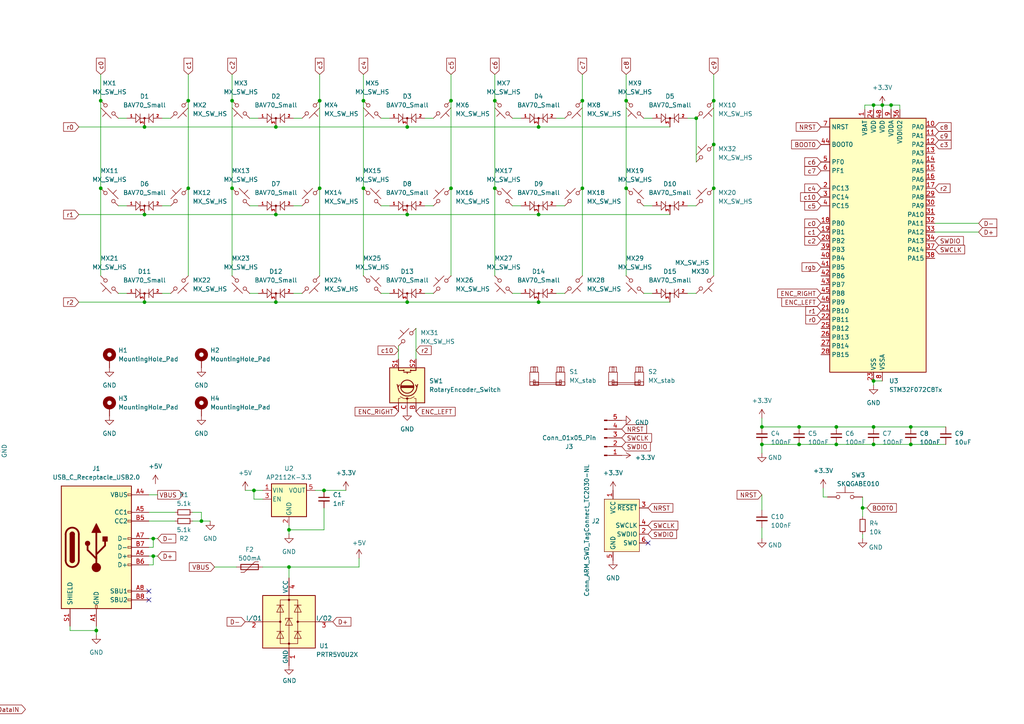
<source format=kicad_sch>
(kicad_sch (version 20230121) (generator eeschema)
  (paper "A4")
  (junction (at 29.21 54.61))
  (junction (at 143.51 54.61))
  (junction (at 73.66 142.24))
  (junction (at 83.82 153.67))
  (junction (at 264.16 128.905))
  (junction (at 253.365 128.905))
  (junction (at 41.91 62.23))
  (junction (at 118.11 36.83))
  (junction (at 181.61 54.61))
  (junction (at -2.54 97.79))
  (junction (at 242.57 123.825))
  (junction (at 168.91 54.61))
  (junction (at 80.01 62.23))
  (junction (at -2.54 140.97))
  (junction (at 242.57 128.905))
  (junction (at 29.21 29.21))
  (junction (at -2.54 130.81))
  (junction (at 207.01 41.91))
  (junction (at 156.21 87.63))
  (junction (at 207.01 29.21))
  (junction (at 80.01 87.63))
  (junction (at 93.98 142.24))
  (junction (at 253.365 110.49))
  (junction (at 41.91 36.83))
  (junction (at 27.94 182.88))
  (junction (at 250.19 147.32))
  (junction (at 130.81 54.61))
  (junction (at 54.61 54.61))
  (junction (at 156.21 36.83))
  (junction (at 168.91 29.21))
  (junction (at 105.41 54.61))
  (junction (at 258.445 30.48))
  (junction (at 44.45 156.21))
  (junction (at 44.45 161.29))
  (junction (at 220.98 128.905))
  (junction (at -2.54 119.38))
  (junction (at 231.775 123.825))
  (junction (at 41.91 87.63))
  (junction (at 143.51 29.21))
  (junction (at 253.365 30.48))
  (junction (at 105.41 29.21))
  (junction (at 181.61 29.21))
  (junction (at 58.42 151.13))
  (junction (at 118.11 62.23))
  (junction (at 80.01 36.83))
  (junction (at -17.78 140.97))
  (junction (at 130.81 29.21))
  (junction (at 201.93 34.29))
  (junction (at -17.78 119.38))
  (junction (at 255.905 30.48))
  (junction (at -17.78 161.29))
  (junction (at 156.21 62.23))
  (junction (at 264.16 123.825))
  (junction (at 92.71 29.21))
  (junction (at -2.54 161.29))
  (junction (at 67.31 54.61))
  (junction (at 220.98 123.825))
  (junction (at -17.78 97.79))
  (junction (at 83.82 164.465))
  (junction (at 54.61 29.21))
  (junction (at -17.78 130.81))
  (junction (at 118.11 87.63))
  (junction (at 92.71 54.61))
  (junction (at 207.01 54.61))
  (junction (at 67.31 29.21))
  (junction (at 253.365 123.825))
  (junction (at 231.775 128.905))
  (no_connect (at 43.18 171.45))
  (no_connect (at 187.96 157.48))
  (no_connect (at 43.18 173.99))
  (wire (pts (xy 22.86 87.63) (xy 41.91 87.63)))
  (wire (pts (xy 118.11 87.63) (xy 156.21 87.63)))
  (wire (pts (xy 74.93 59.69) (xy 72.39 59.69)))
  (wire (pts (xy 253.365 123.825) (xy 264.16 123.825)))
  (wire (pts (xy 250.19 147.32) (xy 250.19 149.86)))
  (wire (pts (xy 253.365 111.76) (xy 253.365 110.49)))
  (wire (pts (xy 93.98 153.67) (xy 93.98 147.32)))
  (wire (pts (xy 220.98 156.21) (xy 220.98 153.035)))
  (wire (pts (xy 36.83 85.09) (xy 34.29 85.09)))
  (wire (pts (xy 123.19 34.29) (xy 125.73 34.29)))
  (wire (pts (xy 85.09 34.29) (xy 87.63 34.29)))
  (wire (pts (xy 29.21 21.59) (xy 29.21 29.21)))
  (wire (pts (xy 43.18 148.59) (xy 50.8 148.59)))
  (wire (pts (xy 44.45 156.21) (xy 45.72 156.21)))
  (wire (pts (xy 207.01 21.59) (xy 207.01 29.21)))
  (wire (pts (xy 85.09 59.69) (xy 87.63 59.69)))
  (wire (pts (xy 85.09 85.09) (xy 87.63 85.09)))
  (wire (pts (xy -10.16 175.26) (xy -10.16 168.91)))
  (wire (pts (xy 27.94 181.61) (xy 27.94 182.88)))
  (wire (pts (xy 181.61 54.61) (xy 181.61 80.01)))
  (wire (pts (xy 54.61 21.59) (xy 54.61 29.21)))
  (wire (pts (xy 80.01 87.63) (xy 118.11 87.63)))
  (wire (pts (xy 27.94 182.88) (xy 27.94 184.15)))
  (wire (pts (xy 54.61 29.21) (xy 54.61 54.61)))
  (wire (pts (xy 201.93 34.29) (xy 201.93 46.99)))
  (wire (pts (xy 115.57 100.33) (xy 115.57 104.14)))
  (wire (pts (xy 93.98 142.24) (xy 100.33 142.24)))
  (wire (pts (xy -17.78 140.97) (xy -17.78 161.29)))
  (wire (pts (xy 58.42 151.13) (xy 60.96 151.13)))
  (wire (pts (xy -17.78 97.79) (xy -17.78 76.2)))
  (wire (pts (xy 76.2 164.465) (xy 83.82 164.465)))
  (wire (pts (xy 113.03 85.09) (xy 110.49 85.09)))
  (wire (pts (xy 92.71 21.59) (xy 92.71 29.21)))
  (wire (pts (xy 258.445 30.48) (xy 255.905 30.48)))
  (wire (pts (xy -2.54 161.29) (xy -2.54 140.97)))
  (wire (pts (xy 231.775 123.825) (xy 242.57 123.825)))
  (wire (pts (xy 143.51 54.61) (xy 143.51 80.01)))
  (wire (pts (xy 161.29 59.69) (xy 163.83 59.69)))
  (wire (pts (xy 54.61 54.61) (xy 54.61 80.01)))
  (wire (pts (xy 220.98 131.445) (xy 220.98 128.905)))
  (wire (pts (xy 168.91 54.61) (xy 168.91 80.01)))
  (wire (pts (xy 250.825 30.48) (xy 253.365 30.48)))
  (wire (pts (xy 168.91 21.59) (xy 168.91 29.21)))
  (wire (pts (xy 73.66 142.24) (xy 76.2 142.24)))
  (wire (pts (xy 130.81 29.21) (xy 130.81 54.61)))
  (wire (pts (xy 43.18 161.29) (xy 44.45 161.29)))
  (wire (pts (xy 46.99 85.09) (xy 49.53 85.09)))
  (wire (pts (xy 105.41 54.61) (xy 105.41 80.01)))
  (wire (pts (xy 143.51 29.21) (xy 143.51 54.61)))
  (wire (pts (xy 73.66 144.78) (xy 73.66 142.24)))
  (wire (pts (xy -2.54 97.79) (xy -2.54 76.2)))
  (wire (pts (xy 161.29 34.29) (xy 163.83 34.29)))
  (wire (pts (xy -17.78 140.97) (xy -17.78 130.81)))
  (wire (pts (xy 250.19 154.94) (xy 250.19 156.21)))
  (wire (pts (xy 74.93 34.29) (xy 72.39 34.29)))
  (wire (pts (xy 168.91 29.21) (xy 168.91 54.61)))
  (wire (pts (xy 271.145 67.31) (xy 283.845 67.31)))
  (wire (pts (xy 151.13 85.09) (xy 148.59 85.09)))
  (wire (pts (xy 118.11 36.83) (xy 156.21 36.83)))
  (wire (pts (xy 22.86 62.23) (xy 41.91 62.23)))
  (wire (pts (xy 220.98 121.285) (xy 220.98 123.825)))
  (wire (pts (xy 123.19 85.09) (xy 125.73 85.09)))
  (wire (pts (xy 181.61 29.21) (xy 181.61 54.61)))
  (wire (pts (xy 43.18 156.21) (xy 44.45 156.21)))
  (wire (pts (xy 43.18 151.13) (xy 50.8 151.13)))
  (wire (pts (xy 250.19 144.145) (xy 250.19 147.32)))
  (wire (pts (xy 189.23 59.69) (xy 186.69 59.69)))
  (wire (pts (xy -17.78 182.88) (xy -17.78 161.29)))
  (wire (pts (xy 41.91 36.83) (xy 80.01 36.83)))
  (wire (pts (xy 207.01 29.21) (xy 207.01 41.91)))
  (wire (pts (xy 240.03 144.145) (xy 238.76 144.145)))
  (wire (pts (xy 118.11 62.23) (xy 156.21 62.23)))
  (wire (pts (xy 46.99 59.69) (xy 49.53 59.69)))
  (wire (pts (xy 189.23 85.09) (xy 186.69 85.09)))
  (wire (pts (xy 55.88 148.59) (xy 58.42 148.59)))
  (wire (pts (xy 83.82 164.465) (xy 104.14 164.465)))
  (wire (pts (xy 29.21 54.61) (xy 29.21 80.01)))
  (wire (pts (xy -10.16 111.76) (xy -10.16 105.41)))
  (wire (pts (xy 20.32 181.61) (xy 20.32 182.88)))
  (wire (pts (xy 74.93 85.09) (xy 72.39 85.09)))
  (wire (pts (xy 83.82 164.465) (xy 83.82 167.64)))
  (wire (pts (xy 91.44 142.24) (xy 93.98 142.24)))
  (wire (pts (xy 83.82 153.67) (xy 83.82 154.94)))
  (wire (pts (xy 253.365 128.905) (xy 264.16 128.905)))
  (wire (pts (xy 43.18 158.75) (xy 44.45 158.75)))
  (wire (pts (xy 71.12 142.24) (xy 73.66 142.24)))
  (wire (pts (xy 104.14 161.925) (xy 104.14 164.465)))
  (wire (pts (xy -10.16 90.17) (xy -10.16 83.82)))
  (wire (pts (xy 92.71 29.21) (xy 92.71 54.61)))
  (wire (pts (xy 80.01 62.23) (xy 118.11 62.23)))
  (wire (pts (xy 41.91 87.63) (xy 80.01 87.63)))
  (wire (pts (xy 161.29 85.09) (xy 163.83 85.09)))
  (wire (pts (xy 253.365 30.48) (xy 253.365 31.75)))
  (wire (pts (xy 67.31 29.21) (xy 67.31 54.61)))
  (wire (pts (xy -2.54 140.97) (xy -2.54 130.81)))
  (wire (pts (xy 199.39 59.69) (xy 201.93 59.69)))
  (wire (pts (xy 43.18 163.83) (xy 44.45 163.83)))
  (wire (pts (xy 231.775 123.825) (xy 220.98 123.825)))
  (wire (pts (xy 253.365 110.49) (xy 255.905 110.49)))
  (wire (pts (xy -2.54 182.88) (xy -2.54 161.29)))
  (wire (pts (xy 207.01 41.91) (xy 207.01 54.61)))
  (wire (pts (xy 260.985 30.48) (xy 260.985 31.75)))
  (wire (pts (xy 130.81 21.59) (xy 130.81 29.21)))
  (wire (pts (xy 271.145 64.77) (xy 283.845 64.77)))
  (wire (pts (xy 43.18 143.51) (xy 45.72 143.51)))
  (wire (pts (xy 67.31 54.61) (xy 67.31 80.01)))
  (wire (pts (xy 255.905 30.48) (xy 255.905 31.75)))
  (wire (pts (xy 156.21 36.83) (xy 194.31 36.83)))
  (wire (pts (xy 220.98 143.51) (xy 220.98 147.955)))
  (wire (pts (xy 113.03 59.69) (xy 110.49 59.69)))
  (wire (pts (xy 62.23 164.465) (xy 68.58 164.465)))
  (wire (pts (xy 156.21 62.23) (xy 194.31 62.23)))
  (wire (pts (xy 258.445 30.48) (xy 260.985 30.48)))
  (wire (pts (xy 264.16 123.825) (xy 274.32 123.825)))
  (wire (pts (xy -17.78 119.38) (xy -17.78 97.79)))
  (wire (pts (xy 151.13 34.29) (xy 148.59 34.29)))
  (wire (pts (xy 58.42 148.59) (xy 58.42 151.13)))
  (wire (pts (xy -2.54 119.38) (xy -2.54 97.79)))
  (wire (pts (xy 156.21 87.63) (xy 194.31 87.63)))
  (wire (pts (xy 83.82 152.4) (xy 83.82 153.67)))
  (wire (pts (xy 67.31 21.59) (xy 67.31 29.21)))
  (wire (pts (xy 41.91 62.23) (xy 80.01 62.23)))
  (wire (pts (xy 120.65 95.25) (xy 120.65 104.14)))
  (wire (pts (xy 143.51 21.59) (xy 143.51 29.21)))
  (wire (pts (xy 220.98 128.905) (xy 231.775 128.905)))
  (wire (pts (xy 36.83 34.29) (xy 34.29 34.29)))
  (wire (pts (xy 92.71 54.61) (xy 92.71 80.01)))
  (wire (pts (xy 238.76 144.145) (xy 238.76 141.605)))
  (wire (pts (xy 105.41 21.59) (xy 105.41 29.21)))
  (wire (pts (xy 242.57 128.905) (xy 253.365 128.905)))
  (wire (pts (xy 55.88 151.13) (xy 58.42 151.13)))
  (wire (pts (xy 231.775 128.905) (xy 242.57 128.905)))
  (wire (pts (xy 113.03 34.29) (xy 110.49 34.29)))
  (wire (pts (xy -17.78 130.81) (xy -17.78 119.38)))
  (wire (pts (xy 181.61 21.59) (xy 181.61 29.21)))
  (wire (pts (xy 258.445 30.48) (xy 258.445 31.75)))
  (wire (pts (xy 250.825 30.48) (xy 250.825 31.75)))
  (wire (pts (xy 80.01 36.83) (xy 118.11 36.83)))
  (wire (pts (xy 199.39 85.09) (xy 201.93 85.09)))
  (wire (pts (xy 29.21 29.21) (xy 29.21 54.61)))
  (wire (pts (xy 20.32 182.88) (xy 27.94 182.88)))
  (wire (pts (xy 44.45 163.83) (xy 44.45 161.29)))
  (wire (pts (xy 242.57 123.825) (xy 253.365 123.825)))
  (wire (pts (xy 207.01 54.61) (xy 207.01 80.01)))
  (wire (pts (xy 130.81 54.61) (xy 130.81 80.01)))
  (wire (pts (xy 76.2 144.78) (xy 73.66 144.78)))
  (wire (pts (xy 105.41 29.21) (xy 105.41 54.61)))
  (wire (pts (xy 189.23 34.29) (xy 186.69 34.29)))
  (wire (pts (xy 46.99 34.29) (xy 49.53 34.29)))
  (wire (pts (xy -10.16 133.35) (xy -10.16 127)))
  (wire (pts (xy 36.83 59.69) (xy 34.29 59.69)))
  (wire (pts (xy 151.13 59.69) (xy 148.59 59.69)))
  (wire (pts (xy 44.45 161.29) (xy 45.72 161.29)))
  (wire (pts (xy -2.54 130.81) (xy -2.54 119.38)))
  (wire (pts (xy 22.86 36.83) (xy 41.91 36.83)))
  (wire (pts (xy 253.365 30.48) (xy 255.905 30.48)))
  (wire (pts (xy 123.19 59.69) (xy 125.73 59.69)))
  (wire (pts (xy 199.39 34.29) (xy 201.93 34.29)))
  (wire (pts (xy 264.16 128.905) (xy 274.32 128.905)))
  (wire (pts (xy 83.82 153.67) (xy 93.98 153.67)))
  (wire (pts (xy 44.45 158.75) (xy 44.45 156.21)))
  (wire (pts (xy 250.19 147.32) (xy 251.46 147.32)))
  (wire (pts (xy -10.16 153.67) (xy -10.16 148.59)))
  (global_label "c0" (shape input) (at 29.21 21.59 90) (property "Intersheetrefs" "${INTERSHEET_REFS}" (effects hide)))
  (global_label "ENC_LEFT" (shape input) (at 120.65 119.38 0) (property "Intersheetrefs" "${INTERSHEET_REFS}" (effects hide)))
  (global_label "c9" (shape input) (at 271.145 39.37 0) (property "Intersheetrefs" "${INTERSHEET_REFS}" (effects hide)))
  (global_label "c6" (shape input) (at 238.125 46.99 180) (property "Intersheetrefs" "${INTERSHEET_REFS}" (effects hide)))
  (global_label "NRST" (shape input) (at 180.34 124.46 0) (property "Intersheetrefs" "${INTERSHEET_REFS}" (effects hide)))
  (global_label "rgb" (shape input) (at 238.125 77.47 180) (property "Intersheetrefs" "${INTERSHEET_REFS}" (effects hide)))
  (global_label "BOOT0" (shape input) (at 238.125 41.91 180) (property "Intersheetrefs" "${INTERSHEET_REFS}" (effects hide)))
  (global_label "D+" (shape input) (at 45.72 161.29 0) (property "Intersheetrefs" "${INTERSHEET_REFS}" (effects hide)))
  (global_label "BOOT0" (shape input) (at 251.46 147.32 0) (property "Intersheetrefs" "${INTERSHEET_REFS}" (effects hide)))
  (global_label "c10" (shape input) (at 115.57 101.6 180) (property "Intersheetrefs" "${INTERSHEET_REFS}" (effects hide)))
  (global_label "c2" (shape input) (at 67.31 21.59 90) (property "Intersheetrefs" "${INTERSHEET_REFS}" (effects hide)))
  (global_label "r1" (shape input) (at 22.86 62.23 180) (property "Intersheetrefs" "${INTERSHEET_REFS}" (effects hide)))
  (global_label "D+" (shape input) (at 283.845 67.31 0) (property "Intersheetrefs" "${INTERSHEET_REFS}" (effects hide)))
  (global_label "SWDIO" (shape input) (at 187.96 154.94 0) (property "Intersheetrefs" "${INTERSHEET_REFS}" (effects hide)))
  (global_label "DataIN" (shape input) (at -10.16 190.5 270) (property "Intersheetrefs" "${INTERSHEET_REFS}" (effects hide)))
  (global_label "c0" (shape input) (at 238.125 64.77 180) (property "Intersheetrefs" "${INTERSHEET_REFS}" (effects hide)))
  (global_label "r1" (shape input) (at 238.125 90.17 180) (property "Intersheetrefs" "${INTERSHEET_REFS}" (effects hide)))
  (global_label "SWDIO" (shape input) (at 271.145 69.85 0) (property "Intersheetrefs" "${INTERSHEET_REFS}" (effects hide)))
  (global_label "c2" (shape input) (at 238.125 69.85 180) (property "Intersheetrefs" "${INTERSHEET_REFS}" (effects hide)))
  (global_label "SWCLK" (shape input) (at 271.145 72.39 0) (property "Intersheetrefs" "${INTERSHEET_REFS}" (effects hide)))
  (global_label "D-" (shape input) (at 71.12 180.34 180) (property "Intersheetrefs" "${INTERSHEET_REFS}" (effects hide)))
  (global_label "ENC_RIGHT" (shape input) (at 238.125 85.09 180) (property "Intersheetrefs" "${INTERSHEET_REFS}" (effects hide)))
  (global_label "c3" (shape input) (at 92.71 21.59 90) (property "Intersheetrefs" "${INTERSHEET_REFS}" (effects hide)))
  (global_label "SWCLK" (shape input) (at 187.96 152.4 0) (property "Intersheetrefs" "${INTERSHEET_REFS}" (effects hide)))
  (global_label "D-" (shape input) (at 283.845 64.77 0) (property "Intersheetrefs" "${INTERSHEET_REFS}" (effects hide)))
  (global_label "NRST" (shape input) (at 238.125 36.83 180) (property "Intersheetrefs" "${INTERSHEET_REFS}" (effects hide)))
  (global_label "c8" (shape input) (at 271.145 36.83 0) (property "Intersheetrefs" "${INTERSHEET_REFS}" (effects hide)))
  (global_label "rgb" (shape input) (at -13.97 205.74 180) (property "Intersheetrefs" "${INTERSHEET_REFS}" (effects hide)))
  (global_label "DataIN" (shape output) (at -1.27 205.74 0) (property "Intersheetrefs" "${INTERSHEET_REFS}" (effects hide)))
  (global_label "VBUS" (shape output) (at 45.72 143.51 0) (property "Intersheetrefs" "${INTERSHEET_REFS}" (effects hide)))
  (global_label "SWCLK" (shape input) (at 180.34 127 0) (property "Intersheetrefs" "${INTERSHEET_REFS}" (effects hide)))
  (global_label "ENC_RIGHT" (shape input) (at 115.57 119.38 180) (property "Intersheetrefs" "${INTERSHEET_REFS}" (effects hide)))
  (global_label "r2" (shape input) (at 271.145 54.61 0) (property "Intersheetrefs" "${INTERSHEET_REFS}" (effects hide)))
  (global_label "c4" (shape input) (at 105.41 21.59 90) (property "Intersheetrefs" "${INTERSHEET_REFS}" (effects hide)))
  (global_label "r0" (shape input) (at 22.86 36.83 180) (property "Intersheetrefs" "${INTERSHEET_REFS}" (effects hide)))
  (global_label "c3" (shape input) (at 271.145 41.91 0) (property "Intersheetrefs" "${INTERSHEET_REFS}" (effects hide)))
  (global_label "NRST" (shape input) (at 187.96 147.32 0) (property "Intersheetrefs" "${INTERSHEET_REFS}" (effects hide)))
  (global_label "c7" (shape input) (at 168.91 21.59 90) (property "Intersheetrefs" "${INTERSHEET_REFS}" (effects hide)))
  (global_label "NRST" (shape input) (at 220.98 143.51 180) (property "Intersheetrefs" "${INTERSHEET_REFS}" (effects hide)))
  (global_label "c7" (shape input) (at 238.125 49.53 180) (property "Intersheetrefs" "${INTERSHEET_REFS}" (effects hide)))
  (global_label "r2" (shape input) (at 120.65 101.6 0) (property "Intersheetrefs" "${INTERSHEET_REFS}" (effects hide)))
  (global_label "ENC_LEFT" (shape input) (at 238.125 87.63 180) (property "Intersheetrefs" "${INTERSHEET_REFS}" (effects hide)))
  (global_label "c10" (shape input) (at 238.125 57.15 180) (property "Intersheetrefs" "${INTERSHEET_REFS}" (effects hide)))
  (global_label "c1" (shape input) (at 238.125 67.31 180) (property "Intersheetrefs" "${INTERSHEET_REFS}" (effects hide)))
  (global_label "c8" (shape input) (at 181.61 21.59 90) (property "Intersheetrefs" "${INTERSHEET_REFS}" (effects hide)))
  (global_label "r0" (shape input) (at 238.125 92.71 180) (property "Intersheetrefs" "${INTERSHEET_REFS}" (effects hide)))
  (global_label "c6" (shape input) (at 143.51 21.59 90) (property "Intersheetrefs" "${INTERSHEET_REFS}" (effects hide)))
  (global_label "c5" (shape input) (at 238.125 59.69 180) (property "Intersheetrefs" "${INTERSHEET_REFS}" (effects hide)))
  (global_label "D-" (shape input) (at 45.72 156.21 0) (property "Intersheetrefs" "${INTERSHEET_REFS}" (effects hide)))
  (global_label "VBUS" (shape input) (at 62.23 164.465 180) (property "Intersheetrefs" "${INTERSHEET_REFS}" (effects hide)))
  (global_label "c1" (shape input) (at 54.61 21.59 90) (property "Intersheetrefs" "${INTERSHEET_REFS}" (effects hide)))
  (global_label "D+" (shape input) (at 96.52 180.34 0) (property "Intersheetrefs" "${INTERSHEET_REFS}" (effects hide)))
  (global_label "c4" (shape input) (at 238.125 54.61 180) (property "Intersheetrefs" "${INTERSHEET_REFS}" (effects hide)))
  (global_label "SWDIO" (shape input) (at 180.34 129.54 0) (property "Intersheetrefs" "${INTERSHEET_REFS}" (effects hide)))
  (global_label "r2" (shape input) (at 22.86 87.63 180) (property "Intersheetrefs" "${INTERSHEET_REFS}" (effects hide)))
  (global_label "c9" (shape input) (at 207.01 21.59 90) (property "Intersheetrefs" "${INTERSHEET_REFS}" (effects hide)))
  (global_label "c5" (shape input) (at 130.81 21.59 90) (property "Intersheetrefs" "${INTERSHEET_REFS}" (effects hide)))
  (symbol (lib_id "Regulator_Linear:AP2112K-3.3") (at 83.82 144.78 0) (unit 1)
    (property "Reference" "U2" (at 83.82 135.89 0))
    (property "Value" "AP2112K-3.3" (at 83.82 138.43 0))
    (property "Footprint" "Package_TO_SOT_SMD:SOT-23-5_HandSoldering" (effects hide))
    (property "Datasheet" "https://www.diodes.com/assets/Datasheets/AP2112.pdf" (effects hide))
    (property "LCSC Part Number" "C3021085" (effects hide))
    (property "MPN" "AP2112K-3.3" (effects hide))
  )
  (symbol (lib_id "power:+3.3V") (at 238.76 141.605 0) (unit 1)
    (property "Reference" "#PWR013" (effects hide))
    (property "Value" "+3.3V" (at 238.76 136.525 0))
  )
  (symbol (lib_id "PCM_marbastlib-mx:MX_SW_HS") (at 204.47 57.15 90) (unit 1)
    (property "Reference" "MX20" (at 208.28 55.88 90) (effects (justify right)))
    (property "Value" "MX_SW_HS" (at 208.28 58.42 90) (effects (justify right)))
    (property "Footprint" "apfellib:MX-HotswapSAFE_no_silk" (effects hide))
  )
  (symbol (lib_id "PCM_marbastlib-mx:MX_SW_HS") (at 90.17 82.55 270) (unit 1)
    (property "Reference" "MX24" (at 93.98 81.28 90) (effects (justify left)))
    (property "Value" "MX_SW_HS" (at 93.98 83.82 90) (effects (justify left)))
    (property "Footprint" "apfellib:MX-HotswapSAFE_no_silk" (effects hide))
  )
  (symbol (lib_id "PCM_marbastlib-various:BAV70_Small") (at 194.31 85.09 0) (unit 1)
    (property "Reference" "D15" (at 194.31 78.74 0))
    (property "Value" "BAV70_Small" (at 194.31 81.28 0))
    (property "Footprint" "BeiBob:apfel_SOT-23_silkless" (effects hide))
    (property "Datasheet" "https://assets.nexperia.com/documents/data-sheet/BAV70_SER.pdf" (effects hide))
  )
  (symbol (lib_id "Device:R_Small") (at 250.19 152.4 180) (unit 1)
    (property "Reference" "R4" (at 252.095 151.765 0) (effects (justify right)))
    (property "Value" "10k" (at 252.095 154.305 0) (effects (justify right)))
    (property "Footprint" "Resistor_SMD:R_0805_2012Metric_Pad1.20x1.40mm_HandSolder" (effects hide))
  )
  (symbol (lib_id "Device:C_Small") (at 274.32 126.365 0) (unit 1)
    (property "Reference" "C9" (at 276.86 125.7363 0) (effects (justify left)))
    (property "Value" "10uF" (at 276.86 128.2763 0) (effects (justify left)))
    (property "Footprint" "Capacitor_SMD:C_0805_2012Metric_Pad1.18x1.45mm_HandSolder" (effects hide))
  )
  (symbol (lib_id "power:+5V") (at -17.78 130.81 90) (unit 1)
    (property "Reference" "#PWR021" (effects hide))
    (property "Value" "+5V" (at -20.955 130.81 0))
  )
  (symbol (lib_id "power:GND") (at 177.8 162.56 0) (unit 1)
    (property "Reference" "#PWR012" (effects hide))
    (property "Value" "GND" (at 177.8 167.64 0))
  )
  (symbol (lib_id "Device:C_Small") (at 231.775 126.365 0) (unit 1)
    (property "Reference" "C5" (at 234.315 125.7363 0) (effects (justify left)))
    (property "Value" "100nF" (at 234.315 128.2763 0) (effects (justify left)))
    (property "Footprint" "Capacitor_SMD:C_0805_2012Metric_Pad1.18x1.45mm_HandSolder" (effects hide))
  )
  (symbol (lib_id "PCM_marbastlib-mx:MX_SW_HS") (at 107.95 57.15 0) (unit 1)
    (property "Reference" "MX15" (at 107.95 49.53 0))
    (property "Value" "MX_SW_HS" (at 107.95 52.07 0))
    (property "Footprint" "apfellib:MX-HotswapSAFE_no_silk" (effects hide))
  )
  (symbol (lib_id "PCM_marbastlib-mx:MX_SW_HS") (at 128.27 57.15 90) (unit 1)
    (property "Reference" "MX16" (at 132.08 55.88 90) (effects (justify right)))
    (property "Value" "MX_SW_HS" (at 132.08 58.42 90) (effects (justify right)))
    (property "Footprint" "apfellib:MX-HotswapSAFE_no_silk" (effects hide))
  )
  (symbol (lib_id "PCM_marbastlib-mx:MX_stab") (at 158.75 109.22 0) (unit 1)
    (property "Reference" "S1" (at 165.1 107.823 0) (effects (justify left)))
    (property "Value" "MX_stab" (at 165.1 110.363 0) (effects (justify left)))
    (property "Footprint" "PCM_marbastlib-mx:STAB_MX_P_3u" (effects hide))
  )
  (symbol (lib_id "power:GND") (at 83.82 154.94 0) (unit 1)
    (property "Reference" "#PWR06" (effects hide))
    (property "Value" "GND" (at 83.82 160.02 0))
  )
  (symbol (lib_id "power:GND") (at 250.19 156.21 0) (unit 1)
    (property "Reference" "#PWR025" (effects hide))
    (property "Value" "GND" (at 254 158.75 0))
  )
  (symbol (lib_id "power:GND") (at 118.11 119.38 0) (unit 1)
    (property "Reference" "#PWR01" (effects hide))
    (property "Value" "GND" (at 118.11 124.46 0))
  )
  (symbol (lib_id "PCM_marbastlib-mx:MX_SW_HS") (at 90.17 31.75 270) (unit 1)
    (property "Reference" "MX4" (at 93.98 30.48 90) (effects (justify left)))
    (property "Value" "MX_SW_HS" (at 93.98 33.02 90) (effects (justify left)))
    (property "Footprint" "apfellib:MX-HotswapSAFE_no_silk" (effects hide))
  )
  (symbol (lib_id "PCM_marbastlib-mx:MX_SW_HS") (at 166.37 31.75 270) (unit 1)
    (property "Reference" "MX8" (at 170.18 30.48 90) (effects (justify left)))
    (property "Value" "MX_SW_HS" (at 170.18 33.02 90) (effects (justify left)))
    (property "Footprint" "apfellib:MX-HotswapSAFE_no_silk" (effects hide))
  )
  (symbol (lib_id "PCM_marbastlib-various:BAV70_Small") (at 156.21 85.09 0) (unit 1)
    (property "Reference" "D14" (at 156.21 78.74 0))
    (property "Value" "BAV70_Small" (at 156.21 81.28 0))
    (property "Footprint" "BeiBob:apfel_SOT-23_silkless" (effects hide))
    (property "Datasheet" "https://assets.nexperia.com/documents/data-sheet/BAV70_SER.pdf" (effects hide))
  )
  (symbol (lib_id "PCM_marbastlib-various:BAV70_Small") (at 118.11 59.69 0) (unit 1)
    (property "Reference" "D8" (at 118.11 53.34 0))
    (property "Value" "BAV70_Small" (at 118.11 55.88 0))
    (property "Footprint" "BeiBob:apfel_SOT-23_silkless" (effects hide))
    (property "Datasheet" "https://assets.nexperia.com/documents/data-sheet/BAV70_SER.pdf" (effects hide))
  )
  (symbol (lib_id "PCM_marbastlib-mx:MX_SW_HS") (at 31.75 57.15 0) (unit 1)
    (property "Reference" "MX11" (at 31.75 49.53 0))
    (property "Value" "MX_SW_HS" (at 31.75 52.07 0))
    (property "Footprint" "apfellib:MX-HotswapSAFE_no_silk" (effects hide))
  )
  (symbol (lib_id "PCM_marbastlib-mx:MX_SW_HS") (at 204.47 31.75 270) (unit 1)
    (property "Reference" "MX10" (at 208.28 30.48 90) (effects (justify left)))
    (property "Value" "MX_SW_HS" (at 208.28 33.02 90) (effects (justify left)))
    (property "Footprint" "apfellib:MX-HotswapSAFE_no_silk" (effects hide))
  )
  (symbol (lib_id "power:+3.3V") (at 255.905 30.48 0) (unit 1)
    (property "Reference" "#PWR04" (effects hide))
    (property "Value" "+3.3V" (at 255.905 25.4 0))
  )
  (symbol (lib_id "power:+3.3V") (at 180.34 132.08 270) (unit 1)
    (property "Reference" "#PWR019" (effects hide))
    (property "Value" "+3.3V" (at 184.15 132.715 90) (effects (justify left)))
  )
  (symbol (lib_id "Device:C_Small") (at 253.365 126.365 0) (unit 1)
    (property "Reference" "C7" (at 255.905 125.7363 0) (effects (justify left)))
    (property "Value" "100nF" (at 255.905 128.2763 0) (effects (justify left)))
    (property "Footprint" "Capacitor_SMD:C_0805_2012Metric_Pad1.18x1.45mm_HandSolder" (effects hide))
  )
  (symbol (lib_id "Connector:USB_C_Receptacle_USB2.0") (at 27.94 158.75 0) (unit 1)
    (property "Reference" "J1" (at 27.94 135.89 0))
    (property "Value" "USB_C_Receptacle_USB2.0" (at 27.94 138.43 0))
    (property "Footprint" "samd21pad:USB_C_Receptacle_GT-USB-7010" (effects hide))
    (property "Datasheet" "https://www.usb.org/sites/default/files/documents/usb_type-c.zip" (effects hide))
    (property "LCSC Part Number" "C3001293" (effects hide))
  )
  (symbol (lib_id "PCM_marbastlib-mx:MX_SW_HS") (at 204.47 82.55 270) (unit 1)
    (property "Reference" "MX30" (at 205.74 78.74 90) (effects (justify right)))
    (property "Value" "MX_SW_HS" (at 205.74 76.2 90) (effects (justify right)))
    (property "Footprint" "apfellib:MX-HotswapSAFE_no_silk" (effects hide))
  )
  (symbol (lib_id "PCM_marbastlib-mx:MX_SW_HS") (at 107.95 31.75 180) (unit 1)
    (property "Reference" "MX5" (at 107.95 24.13 0))
    (property "Value" "MX_SW_HS" (at 107.95 26.67 0))
    (property "Footprint" "apfellib:MX-HotswapSAFE_no_silk" (effects hide))
  )
  (symbol (lib_id "PCM_marbastlib-mx:MX_SW_HS") (at 31.75 31.75 180) (unit 1)
    (property "Reference" "MX1" (at 31.75 24.13 0))
    (property "Value" "MX_SW_HS" (at 31.75 26.67 0))
    (property "Footprint" "apfellib:MX-HotswapSAFE_no_silk" (effects hide))
  )
  (symbol (lib_id "PCM_marbastlib-mx:MX_SW_HS") (at 52.07 57.15 90) (unit 1)
    (property "Reference" "MX12" (at 55.88 55.88 90) (effects (justify right)))
    (property "Value" "MX_SW_HS" (at 55.88 58.42 90) (effects (justify right)))
    (property "Footprint" "apfellib:MX-HotswapSAFE_no_silk" (effects hide))
  )
  (symbol (lib_id "LED:SK6812") (at -10.16 76.2 90) (unit 1)
    (property "Reference" "D21" (at -19.05 72.39 0))
    (property "Value" "SK6812" (at -16.51 72.39 0))
    (property "Footprint" "LED_SMD:LED_SK6812_PLCC4_5.0x5.0mm_P3.2mm" (effects hide))
    (property "Datasheet" "https://cdn-shop.adafruit.com/product-files/1138/SK6812+LED+datasheet+.pdf" (effects hide))
  )
  (symbol (lib_id "power:GND") (at 31.75 106.68 0) (unit 1)
    (property "Reference" "#PWR014" (effects hide))
    (property "Value" "GND" (at 31.75 111.76 0))
  )
  (symbol (lib_id "PCM_marbastlib-mx:MX_SW_HS") (at 146.05 31.75 180) (unit 1)
    (property "Reference" "MX7" (at 146.05 24.13 0))
    (property "Value" "MX_SW_HS" (at 146.05 26.67 0))
    (property "Footprint" "apfellib:MX-HotswapSAFE_no_silk" (effects hide))
  )
  (symbol (lib_id "PCM_marbastlib-various:BAV70_Small") (at 80.01 59.69 0) (unit 1)
    (property "Reference" "D7" (at 80.01 53.34 0))
    (property "Value" "BAV70_Small" (at 80.01 55.88 0))
    (property "Footprint" "BeiBob:apfel_SOT-23_silkless" (effects hide))
    (property "Datasheet" "https://assets.nexperia.com/documents/data-sheet/BAV70_SER.pdf" (effects hide))
  )
  (symbol (lib_id "PCM_marbastlib-various:BAV70_Small") (at 41.91 85.09 0) (unit 1)
    (property "Reference" "D11" (at 41.91 78.74 0))
    (property "Value" "BAV70_Small" (at 41.91 81.28 0))
    (property "Footprint" "BeiBob:apfel_SOT-23_silkless" (effects hide))
    (property "Datasheet" "https://assets.nexperia.com/documents/data-sheet/BAV70_SER.pdf" (effects hide))
  )
  (symbol (lib_id "Power_Protection:PRTR5V0U2X") (at 83.82 180.34 0) (unit 1)
    (property "Reference" "U1" (at 93.98 187.325 0))
    (property "Value" "PRTR5V0U2X" (at 97.79 189.865 0))
    (property "Footprint" "Package_TO_SOT_SMD:SOT-143_Handsoldering" (effects hide))
    (property "Datasheet" "https://assets.nexperia.com/documents/data-sheet/PRTR5V0U2X.pdf" (effects hide))
    (property "LCSC" "C2827688" (effects hide))
    (property "JlcRotOffset" "90" (effects hide))
  )
  (symbol (lib_id "PCM_marbastlib-mx:MX_SW_HS") (at 166.37 57.15 90) (unit 1)
    (property "Reference" "MX18" (at 170.18 55.88 90) (effects (justify right)))
    (property "Value" "MX_SW_HS" (at 170.18 58.42 90) (effects (justify right)))
    (property "Footprint" "apfellib:MX-HotswapSAFE_no_silk" (effects hide))
  )
  (symbol (lib_id "Switch:SW_Push") (at 245.11 144.145 0) (unit 1)
    (property "Reference" "SW3" (at 248.92 137.795 0))
    (property "Value" "SKQGABE010" (at 248.92 140.335 0))
    (property "Footprint" "Button_Switch_SMD:SW_Push_SPST_NO_Alps_SKRK" (effects hide))
    (property "LCSC" "C115351" (effects hide))
  )
  (symbol (lib_id "power:GND") (at 58.42 120.65 0) (unit 1)
    (property "Reference" "#PWR018" (effects hide))
    (property "Value" "GND" (at 58.42 125.73 0))
  )
  (symbol (lib_id "Jumper:SolderJumper_2_Open") (at -10.16 205.74 0) (unit 1)
    (property "Reference" "JP1" (at -9.525 209.55 0) (effects (justify right)))
    (property "Value" "SolderJumper_2_Open" (at -12.065 209.55 0) (effects (justify right)))
    (property "Footprint" "Jumper:SolderJumper-2_P1.3mm_Open_RoundedPad1.0x1.5mm" (effects hide))
  )
  (symbol (lib_id "PCM_marbastlib-mx:MX_SW_HS") (at 90.17 57.15 90) (unit 1)
    (property "Reference" "MX14" (at 93.98 55.88 90) (effects (justify right)))
    (property "Value" "MX_SW_HS" (at 93.98 58.42 90) (effects (justify right)))
    (property "Footprint" "apfellib:MX-HotswapSAFE_no_silk" (effects hide))
  )
  (symbol (lib_id "Device:Polyfuse") (at 72.39 164.465 90) (unit 1)
    (property "Reference" "F2" (at 72.39 159.385 90))
    (property "Value" "500mA" (at 72.39 161.925 90))
    (property "Footprint" "Fuse:Fuse_1206_3216Metric_Pad1.42x1.75mm_HandSolder" (effects hide))
    (property "LCSC" "C135341" (effects hide))
  )
  (symbol (lib_id "Mechanical:MountingHole_Pad") (at 58.42 118.11 0) (unit 1)
    (property "Reference" "H4" (at 60.96 115.57 0) (effects (justify left)))
    (property "Value" "MountingHole_Pad" (at 60.96 118.11 0) (effects (justify left)))
    (property "Footprint" "BeiBob:MountingHole_2.2mm_M2_Pad_Via_nosilk" (effects hide))
  )
  (symbol (lib_id "PCM_marbastlib-various:BAV70_Small") (at 80.01 85.09 0) (unit 1)
    (property "Reference" "D12" (at 80.01 78.74 0))
    (property "Value" "BAV70_Small" (at 80.01 81.28 0))
    (property "Footprint" "BeiBob:apfel_SOT-23_silkless" (effects hide))
    (property "Datasheet" "https://assets.nexperia.com/documents/data-sheet/BAV70_SER.pdf" (effects hide))
  )
  (symbol (lib_id "PCM_marbastlib-various:BAV70_Small") (at 194.31 34.29 0) (unit 1)
    (property "Reference" "D5" (at 194.31 27.94 0))
    (property "Value" "BAV70_Small" (at 194.31 30.48 0))
    (property "Footprint" "BeiBob:apfel_SOT-23_silkless" (effects hide))
    (property "Datasheet" "https://assets.nexperia.com/documents/data-sheet/BAV70_SER.pdf" (effects hide))
  )
  (symbol (lib_id "PCM_marbastlib-mx:MX_SW_HS") (at 69.85 31.75 180) (unit 1)
    (property "Reference" "MX3" (at 69.85 24.13 0))
    (property "Value" "MX_SW_HS" (at 69.85 26.67 0))
    (property "Footprint" "apfellib:MX-HotswapSAFE_no_silk" (effects hide))
  )
  (symbol (lib_id "PCM_marbastlib-various:BAV70_Small") (at 41.91 34.29 0) (unit 1)
    (property "Reference" "D1" (at 41.91 27.94 0))
    (property "Value" "BAV70_Small" (at 41.91 30.48 0))
    (property "Footprint" "BeiBob:apfel_SOT-23_silkless" (effects hide))
    (property "Datasheet" "https://assets.nexperia.com/documents/data-sheet/BAV70_SER.pdf" (effects hide))
  )
  (symbol (lib_id "power:+5V") (at 45.085 140.335 0) (unit 1)
    (property "Reference" "#PWR08" (effects hide))
    (property "Value" "+5V" (at 45.085 135.255 0))
  )
  (symbol (lib_id "Connector:Conn_ARM_SWD_TagConnect_TC2030-NL") (at 180.34 152.4 0) (unit 1) (in_bom no)
    (property "Reference" "J2" (at 173.99 151.13 0) (effects (justify right)))
    (property "Value" "Conn_ARM_SWD_TagConnect_TC2030-NL" (at 170.18 134.62 90) (effects (justify right)))
    (property "Footprint" "Connector:Tag-Connect_TC2030-IDC-NL_2x03_P1.27mm_Vertical" (effects hide))
    (property "Datasheet" "https://www.tag-connect.com/wp-content/uploads/bsk-pdf-manager/TC2030-CTX_1.pdf" (effects hide))
  )
  (symbol (lib_id "PCM_marbastlib-mx:MX_SW_HS") (at 184.15 57.15 0) (unit 1)
    (property "Reference" "MX19" (at 184.15 49.53 0))
    (property "Value" "MX_SW_HS" (at 184.15 52.07 0))
    (property "Footprint" "apfellib:MX-HotswapSAFE_no_silk" (effects hide))
  )
  (symbol (lib_id "PCM_marbastlib-mx:MX_SW_HS") (at 146.05 57.15 0) (unit 1)
    (property "Reference" "MX17" (at 146.05 49.53 0))
    (property "Value" "MX_SW_HS" (at 146.05 52.07 0))
    (property "Footprint" "apfellib:MX-HotswapSAFE_no_silk" (effects hide))
  )
  (symbol (lib_id "Device:RotaryEncoder_Switch") (at 118.11 111.76 90) (unit 1)
    (property "Reference" "SW1" (at 124.46 110.49 90) (effects (justify right)))
    (property "Value" "RotaryEncoder_Switch" (at 124.46 113.03 90) (effects (justify right)))
    (property "Footprint" "apfellib:ROT_Alps_EC11E-Switch_noMP_nosilk" (effects hide))
  )
  (symbol (lib_name "+5V_1") (lib_id "power:+5V") (at 104.14 161.925 0) (unit 1)
    (property "Reference" "#PWR028" (effects hide))
    (property "Value" "+5V" (at 104.14 157.48 0))
  )
  (symbol (lib_id "PCM_marbastlib-various:BAV70_Small") (at 118.11 34.29 0) (unit 1)
    (property "Reference" "D3" (at 118.11 27.94 0))
    (property "Value" "BAV70_Small" (at 118.11 30.48 0))
    (property "Footprint" "BeiBob:apfel_SOT-23_silkless" (effects hide))
    (property "Datasheet" "https://assets.nexperia.com/documents/data-sheet/BAV70_SER.pdf" (effects hide))
  )
  (symbol (lib_id "Connector:Conn_01x05_Pin") (at 175.26 127 0) (mirror x) (unit 1)
    (property "Reference" "J3" (at 165.1 129.54 0))
    (property "Value" "Conn_01x05_Pin" (at 165.1 127 0))
    (property "Footprint" "Connector_PinHeader_2.54mm:PinHeader_1x05_P2.54mm_Vertical" (effects hide))
  )
  (symbol (lib_id "Device:R_Small") (at 53.34 151.13 90) (unit 1)
    (property "Reference" "R2" (at 53.34 156.21 90))
    (property "Value" "5.1k" (at 53.34 153.67 90))
    (property "Footprint" "Resistor_SMD:R_0805_2012Metric_Pad1.20x1.40mm_HandSolder" (effects hide))
  )
  (symbol (lib_id "power:GND") (at 220.98 156.21 0) (mirror y) (unit 1)
    (property "Reference" "#PWR024" (effects hide))
    (property "Value" "GND" (at 224.79 158.115 0))
  )
  (symbol (lib_id "PCM_marbastlib-various:BAV70_Small") (at 156.21 59.69 0) (unit 1)
    (property "Reference" "D9" (at 156.21 53.34 0))
    (property "Value" "BAV70_Small" (at 156.21 55.88 0))
    (property "Footprint" "BeiBob:apfel_SOT-23_silkless" (effects hide))
    (property "Datasheet" "https://assets.nexperia.com/documents/data-sheet/BAV70_SER.pdf" (effects hide))
  )
  (symbol (lib_id "power:GND") (at 58.42 106.68 0) (unit 1)
    (property "Reference" "#PWR015" (effects hide))
    (property "Value" "GND" (at 58.42 111.76 0))
  )
  (symbol (lib_id "Device:R_Small") (at -3.81 205.74 90) (unit 1)
    (property "Reference" "R3" (at -3.175 207.645 0) (effects (justify right)))
    (property "Value" "10k" (at -5.715 207.645 0) (effects (justify right)))
    (property "Footprint" "Resistor_SMD:R_0805_2012Metric_Pad1.20x1.40mm_HandSolder" (effects hide))
  )
  (symbol (lib_id "PCM_marbastlib-various:BAV70_Small") (at 41.91 59.69 0) (unit 1)
    (property "Reference" "D6" (at 41.91 53.34 0))
    (property "Value" "BAV70_Small" (at 41.91 55.88 0))
    (property "Footprint" "BeiBob:apfel_SOT-23_silkless" (effects hide))
    (property "Datasheet" "https://assets.nexperia.com/documents/data-sheet/BAV70_SER.pdf" (effects hide))
  )
  (symbol (lib_id "Device:R_Small") (at 53.34 148.59 90) (unit 1)
    (property "Reference" "R1" (at 53.34 143.51 90))
    (property "Value" "5.1k" (at 53.34 146.05 90))
    (property "Footprint" "Resistor_SMD:R_0805_2012Metric_Pad1.20x1.40mm_HandSolder" (effects hide))
  )
  (symbol (lib_id "PCM_marbastlib-mx:MX_SW_HS") (at 69.85 57.15 0) (unit 1)
    (property "Reference" "MX13" (at 69.85 49.53 0))
    (property "Value" "MX_SW_HS" (at 69.85 52.07 0))
    (property "Footprint" "apfellib:MX-HotswapSAFE_no_silk" (effects hide))
  )
  (symbol (lib_id "PCM_marbastlib-mx:MX_SW_HS") (at 166.37 82.55 270) (unit 1)
    (property "Reference" "MX28" (at 170.18 81.28 90) (effects (justify left)))
    (property "Value" "MX_SW_HS" (at 170.18 83.82 90) (effects (justify left)))
    (property "Footprint" "apfellib:MX-HotswapSAFE_no_silk" (effects hide))
  )
  (symbol (lib_id "Device:C_Small") (at 264.16 126.365 0) (unit 1)
    (property "Reference" "C8" (at 266.7 125.7363 0) (effects (justify left)))
    (property "Value" "100nF" (at 266.7 128.2763 0) (effects (justify left)))
    (property "Footprint" "Capacitor_SMD:C_0805_2012Metric_Pad1.18x1.45mm_HandSolder" (effects hide))
  )
  (symbol (lib_id "PCM_marbastlib-mx:MX_SW_HS") (at 128.27 31.75 270) (unit 1)
    (property "Reference" "MX6" (at 132.08 30.48 90) (effects (justify left)))
    (property "Value" "MX_SW_HS" (at 132.08 33.02 90) (effects (justify left)))
    (property "Footprint" "apfellib:MX-HotswapSAFE_no_silk" (effects hide))
  )
  (symbol (lib_id "MCU_ST_STM32F0:STM32F072C8Tx") (at 253.365 72.39 0) (unit 1)
    (property "Reference" "U3" (at 257.8609 110.49 0) (effects (justify left)))
    (property "Value" "STM32F072C8Tx" (at 257.8609 113.03 0) (effects (justify left)))
    (property "Footprint" "Package_QFP:LQFP-48_7x7mm_P0.5mm" (effects hide))
    (property "Datasheet" "https://www.st.com/resource/en/datasheet/stm32f072c8.pdf" (effects hide))
  )
  (symbol (lib_id "PCM_marbastlib-mx:MX_SW_HS") (at 128.27 82.55 90) (unit 1)
    (property "Reference" "MX26" (at 132.08 81.28 90) (effects (justify right)))
    (property "Value" "MX_SW_HS" (at 132.08 83.82 90) (effects (justify right)))
    (property "Footprint" "apfellib:MX-HotswapSAFE_no_silk" (effects hide))
  )
  (symbol (lib_id "LED:SK6812") (at -10.16 182.88 90) (unit 1)
    (property "Reference" "D16" (at -19.05 179.07 0))
    (property "Value" "SK6812" (at -16.51 179.07 0))
    (property "Footprint" "LED_SMD:LED_SK6812_PLCC4_5.0x5.0mm_P3.2mm" (effects hide))
    (property "Datasheet" "https://cdn-shop.adafruit.com/product-files/1138/SK6812+LED+datasheet+.pdf" (effects hide))
  )
  (symbol (lib_id "LED:SK6812") (at -10.16 161.29 90) (unit 1)
    (property "Reference" "D17" (at -19.05 157.48 0))
    (property "Value" "SK6812" (at -16.51 157.48 0))
    (property "Footprint" "LED_SMD:LED_SK6812_PLCC4_5.0x5.0mm_P3.2mm" (effects hide))
    (property "Datasheet" "https://cdn-shop.adafruit.com/product-files/1138/SK6812+LED+datasheet+.pdf" (effects hide))
  )
  (symbol (lib_id "PCM_marbastlib-various:BAV70_Small") (at 194.31 59.69 0) (unit 1)
    (property "Reference" "D10" (at 194.31 53.34 0))
    (property "Value" "BAV70_Small" (at 194.31 55.88 0))
    (property "Footprint" "BeiBob:apfel_SOT-23_silkless" (effects hide))
    (property "Datasheet" "https://assets.nexperia.com/documents/data-sheet/BAV70_SER.pdf" (effects hide))
  )
  (symbol (lib_id "power:GND") (at 83.82 193.04 0) (unit 1)
    (property "Reference" "#PWR031" (effects hide))
    (property "Value" "GND" (at 83.947 197.4342 0))
  )
  (symbol (lib_id "power:GND") (at 253.365 111.76 0) (unit 1)
    (property "Reference" "#PWR022" (effects hide))
    (property "Value" "GND" (at 253.365 116.84 0))
  )
  (symbol (lib_id "PCM_marbastlib-mx:MX_SW_HS") (at 204.47 44.45 90) (unit 1)
    (property "Reference" "MX32" (at 208.28 43.18 90) (effects (justify right)))
    (property "Value" "MX_SW_HS" (at 208.28 45.72 90) (effects (justify right)))
    (property "Footprint" "apfellib:MX-HotswapSAFE_no_silk" (effects hide))
  )
  (symbol (lib_id "PCM_marbastlib-various:BAV70_Small") (at 80.01 34.29 0) (unit 1)
    (property "Reference" "D2" (at 80.01 27.94 0))
    (property "Value" "BAV70_Small" (at 80.01 30.48 0))
    (property "Footprint" "BeiBob:apfel_SOT-23_silkless" (effects hide))
    (property "Datasheet" "https://assets.nexperia.com/documents/data-sheet/BAV70_SER.pdf" (effects hide))
  )
  (symbol (lib_id "power:GND") (at 60.96 151.13 0) (unit 1)
    (property "Reference" "#PWR010" (effects hide))
    (property "Value" "GND" (at 60.96 156.21 0))
  )
  (symbol (lib_id "LED:SK6812") (at -10.16 119.38 90) (unit 1)
    (property "Reference" "D19" (at -19.05 115.57 0))
    (property "Value" "SK6812" (at -16.51 115.57 0))
    (property "Footprint" "LED_SMD:LED_SK6812_PLCC4_5.0x5.0mm_P3.2mm" (effects hide))
    (property "Datasheet" "https://cdn-shop.adafruit.com/product-files/1138/SK6812+LED+datasheet+.pdf" (effects hide))
  )
  (symbol (lib_id "power:+5V") (at 71.12 142.24 0) (unit 1)
    (property "Reference" "#PWR07" (effects hide))
    (property "Value" "+5V" (at 71.12 137.16 0))
  )
  (symbol (lib_id "Device:C_Small") (at 93.98 144.78 0) (unit 1)
    (property "Reference" "C1" (at 96.52 143.5163 0) (effects (justify left)))
    (property "Value" "1nF" (at 96.52 146.0563 0) (effects (justify left)))
    (property "Footprint" "Capacitor_SMD:C_0805_2012Metric_Pad1.18x1.45mm_HandSolder" (effects hide))
    (property "LCSC Part Number" "C129637" (effects hide))
  )
  (symbol (lib_id "PCM_marbastlib-mx:MX_SW_HS") (at 52.07 31.75 270) (unit 1)
    (property "Reference" "MX2" (at 55.88 30.48 90) (effects (justify left)))
    (property "Value" "MX_SW_HS" (at 55.88 33.02 90) (effects (justify left)))
    (property "Footprint" "apfellib:MX-HotswapSAFE_no_silk" (effects hide))
  )
  (symbol (lib_id "PCM_marbastlib-mx:MX_stab") (at 181.61 109.22 0) (unit 1)
    (property "Reference" "S2" (at 187.96 107.823 0) (effects (justify left)))
    (property "Value" "MX_stab" (at 187.96 110.363 0) (effects (justify left)))
    (property "Footprint" "PCM_marbastlib-mx:STAB_MX_ISO-ROT" (effects hide))
  )
  (symbol (lib_id "power:GND") (at 180.34 121.92 90) (unit 1)
    (property "Reference" "#PWR020" (effects hide))
    (property "Value" "GND" (at 184.15 122.555 90) (effects (justify right)))
  )
  (symbol (lib_id "power:GND") (at 31.75 120.65 0) (unit 1)
    (property "Reference" "#PWR016" (effects hide))
    (property "Value" "GND" (at 31.75 125.73 0))
  )
  (symbol (lib_id "LED:SK6812") (at -10.16 140.97 90) (unit 1)
    (property "Reference" "D18" (at -19.05 137.16 0))
    (property "Value" "SK6812" (at -16.51 137.16 0))
    (property "Footprint" "LED_SMD:LED_SK6812_PLCC4_5.0x5.0mm_P3.2mm" (effects hide))
    (property "Datasheet" "https://cdn-shop.adafruit.com/product-files/1138/SK6812+LED+datasheet+.pdf" (effects hide))
  )
  (symbol (lib_id "Device:C_Small") (at 242.57 126.365 0) (unit 1)
    (property "Reference" "C6" (at 245.11 125.7363 0) (effects (justify left)))
    (property "Value" "100nF" (at 245.11 128.2763 0) (effects (justify left)))
    (property "Footprint" "Capacitor_SMD:C_0805_2012Metric_Pad1.18x1.45mm_HandSolder" (effects hide))
  )
  (symbol (lib_id "Device:C_Small") (at 220.98 126.365 0) (unit 1)
    (property "Reference" "C4" (at 223.52 125.7363 0) (effects (justify left)))
    (property "Value" "100nF" (at 223.52 128.2763 0) (effects (justify left)))
    (property "Footprint" "Capacitor_SMD:C_0805_2012Metric_Pad1.18x1.45mm_HandSolder" (effects hide))
  )
  (symbol (lib_id "Mechanical:MountingHole_Pad") (at 31.75 118.11 0) (unit 1)
    (property "Reference" "H3" (at 34.29 115.57 0) (effects (justify left)))
    (property "Value" "MountingHole_Pad" (at 34.29 118.11 0) (effects (justify left)))
    (property "Footprint" "BeiBob:MountingHole_2.2mm_M2_Pad_Via_nosilk" (effects hide))
  )
  (symbol (lib_id "PCM_marbastlib-various:BAV70_Small") (at 118.11 85.09 0) (unit 1)
    (property "Reference" "D13" (at 118.11 78.74 0))
    (property "Value" "BAV70_Small" (at 118.11 81.28 0))
    (property "Footprint" "BeiBob:apfel_SOT-23_silkless" (effects hide))
    (property "Datasheet" "https://assets.nexperia.com/documents/data-sheet/BAV70_SER.pdf" (effects hide))
  )
  (symbol (lib_id "Mechanical:MountingHole_Pad") (at 58.42 104.14 0) (unit 1)
    (property "Reference" "H2" (at 60.96 101.6 0) (effects (justify left)))
    (property "Value" "MountingHole_Pad" (at 60.96 104.14 0) (effects (justify left)))
    (property "Footprint" "BeiBob:MountingHole_2.2mm_M2_Pad_Via_nosilk" (effects hide))
  )
  (symbol (lib_id "power:GND") (at 220.98 131.445 0) (unit 1)
    (property "Reference" "#PWR030" (effects hide))
    (property "Value" "GND" (at 224.79 132.715 0))
  )
  (symbol (lib_id "power:+3.3V") (at 177.8 142.24 0) (unit 1)
    (property "Reference" "#PWR011" (effects hide))
    (property "Value" "+3.3V" (at 177.8 137.16 0))
  )
  (symbol (lib_id "PCM_marbastlib-mx:MX_SW_HS") (at 146.05 82.55 180) (unit 1)
    (property "Reference" "MX27" (at 146.05 74.93 0))
    (property "Value" "MX_SW_HS" (at 146.05 77.47 0))
    (property "Footprint" "apfellib:MX-HotswapSAFE_no_silk" (effects hide))
  )
  (symbol (lib_id "Mechanical:MountingHole_Pad") (at 31.75 104.14 0) (unit 1)
    (property "Reference" "H1" (at 34.29 101.6 0) (effects (justify left)))
    (property "Value" "MountingHole_Pad" (at 34.29 104.14 0) (effects (justify left)))
    (property "Footprint" "BeiBob:MountingHole_2.2mm_M2_Pad_Via_nosilk" (effects hide))
  )
  (symbol (lib_id "power:+3.3V") (at 220.98 121.285 0) (unit 1)
    (property "Reference" "#PWR03" (effects hide))
    (property "Value" "+3.3V" (at 220.98 116.205 0))
  )
  (symbol (lib_id "PCM_marbastlib-mx:MX_SW_HS") (at 184.15 82.55 180) (unit 1)
    (property "Reference" "MX29" (at 184.15 74.93 0))
    (property "Value" "MX_SW_HS" (at 184.15 77.47 0))
    (property "Footprint" "apfellib:MX-HotswapSAFE_no_silk" (effects hide))
  )
  (symbol (lib_id "PCM_marbastlib-mx:MX_SW_HS") (at 184.15 31.75 180) (unit 1)
    (property "Reference" "MX9" (at 184.15 24.13 0))
    (property "Value" "MX_SW_HS" (at 184.15 26.67 0))
    (property "Footprint" "apfellib:MX-HotswapSAFE_no_silk" (effects hide))
  )
  (symbol (lib_id "PCM_marbastlib-mx:MX_SW_HS") (at 118.11 97.79 90) (unit 1)
    (property "Reference" "MX31" (at 121.92 96.52 90) (effects (justify right)))
    (property "Value" "MX_SW_HS" (at 121.92 99.06 90) (effects (justify right)))
    (property "Footprint" "apfellib:MX-HotswapSAFE_no_silk" (effects hide))
  )
  (symbol (lib_id "PCM_marbastlib-mx:MX_SW_HS") (at 31.75 82.55 180) (unit 1)
    (property "Reference" "MX21" (at 31.75 74.93 0))
    (property "Value" "MX_SW_HS" (at 31.75 77.47 0))
    (property "Footprint" "apfellib:MX-HotswapSAFE_no_silk" (effects hide))
  )
  (symbol (lib_id "PCM_marbastlib-mx:MX_SW_HS") (at 69.85 82.55 180) (unit 1)
    (property "Reference" "MX23" (at 69.85 74.93 0))
    (property "Value" "MX_SW_HS" (at 69.85 77.47 0))
    (property "Footprint" "apfellib:MX-HotswapSAFE_no_silk" (effects hide))
  )
  (symbol (lib_id "PCM_marbastlib-various:BAV70_Small") (at 156.21 34.29 0) (unit 1)
    (property "Reference" "D4" (at 156.21 27.94 0))
    (property "Value" "BAV70_Small" (at 156.21 30.48 0))
    (property "Footprint" "BeiBob:apfel_SOT-23_silkless" (effects hide))
    (property "Datasheet" "https://assets.nexperia.com/documents/data-sheet/BAV70_SER.pdf" (effects hide))
  )
  (symbol (lib_id "power:GND") (at 27.94 184.15 0) (unit 1)
    (property "Reference" "#PWR09" (effects hide))
    (property "Value" "GND" (at 27.94 189.23 0))
  )
  (symbol (lib_id "power:+3.3V") (at 100.33 142.24 0) (unit 1)
    (property "Reference" "#PWR05" (effects hide))
    (property "Value" "+3.3V" (at 100.33 137.16 0))
  )
  (symbol (lib_id "LED:SK6812") (at -10.16 97.79 90) (unit 1)
    (property "Reference" "D20" (at -19.05 93.98 0))
    (property "Value" "SK6812" (at -16.51 93.98 0))
    (property "Footprint" "LED_SMD:LED_SK6812_PLCC4_5.0x5.0mm_P3.2mm" (effects hide))
    (property "Datasheet" "https://cdn-shop.adafruit.com/product-files/1138/SK6812+LED+datasheet+.pdf" (effects hide))
  )
  (symbol (lib_id "Device:C_Small") (at 220.98 150.495 0) (unit 1)
    (property "Reference" "C10" (at 223.52 149.8663 0) (effects (justify left)))
    (property "Value" "100nF" (at 223.52 152.4063 0) (effects (justify left)))
    (property "Footprint" "Capacitor_SMD:C_0805_2012Metric_Pad1.18x1.45mm_HandSolder" (effects hide))
  )
  (symbol (lib_id "power:GND") (at -2.54 130.81 90) (unit 1)
    (property "Reference" "#PWR017" (effects hide))
    (property "Value" "GND" (at 1.27 130.81 0))
  )
  (symbol (lib_id "PCM_marbastlib-mx:MX_SW_HS") (at 52.07 82.55 270) (unit 1)
    (property "Reference" "MX22" (at 55.88 81.28 90) (effects (justify left)))
    (property "Value" "MX_SW_HS" (at 55.88 83.82 90) (effects (justify left)))
    (property "Footprint" "apfellib:MX-HotswapSAFE_no_silk" (effects hide))
  )
  (symbol (lib_id "PCM_marbastlib-mx:MX_SW_HS") (at 107.95 82.55 0) (unit 1)
    (property "Reference" "MX25" (at 107.95 74.93 0))
    (property "Value" "MX_SW_HS" (at 107.95 77.47 0))
    (property "Footprint" "apfellib:MX-HotswapSAFE_no_silk" (effects hide))
  )
)
</source>
